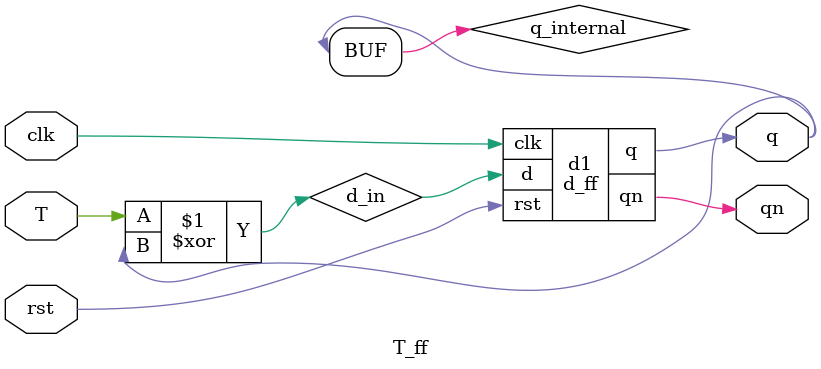
<source format=v>
module d_ff (
    input d, clk, rst,
    output reg q,
    output wire qn
);

always @(posedge clk) begin
    if (rst)
        q <= 1'b0;
    else
        q <= d;
end

assign qn = ~q;

endmodule



module T_ff (
    input clk, rst, T,
    output wire q,
    output wire qn
);

wire d_in;
xor x1 (d_in, T, q);

// Use an internal reg to connect to d_ff's q
wire q_internal;

d_ff d1 (.d(d_in), .clk(clk), .rst(rst), .q(q_internal), .qn(qn));
assign q = q_internal;

endmodule

</source>
